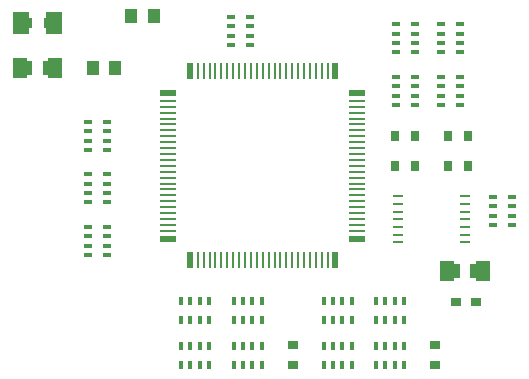
<source format=gtp>
G75*
%MOIN*%
%OFA0B0*%
%FSLAX25Y25*%
%IPPOS*%
%LPD*%
%AMOC8*
5,1,8,0,0,1.08239X$1,22.5*
%
%ADD10R,0.04906X0.06874*%
%ADD11R,0.03543X0.03150*%
%ADD12R,0.04118X0.04906*%
%ADD13R,0.03150X0.03543*%
%ADD14R,0.05299X0.07661*%
%ADD15R,0.03150X0.01575*%
%ADD16R,0.05402X0.02016*%
%ADD17R,0.05654X0.01008*%
%ADD18R,0.02016X0.05402*%
%ADD19R,0.01008X0.05654*%
%ADD20R,0.03661X0.01102*%
%ADD21R,0.01575X0.03150*%
D10*
X0153194Y0041600D03*
X0165006Y0041600D03*
X0022506Y0109100D03*
X0010694Y0109100D03*
D11*
X0101600Y0016821D03*
X0101600Y0010129D03*
X0149100Y0010129D03*
X0149100Y0016821D03*
X0156066Y0031287D03*
X0162759Y0031287D03*
D12*
X0162840Y0041600D03*
X0155360Y0041600D03*
X0042528Y0109100D03*
X0035047Y0109100D03*
X0020340Y0109100D03*
X0012860Y0109100D03*
X0047860Y0126600D03*
X0055340Y0126600D03*
D13*
X0019946Y0124100D03*
X0013254Y0124100D03*
X0135754Y0086600D03*
X0142446Y0086600D03*
X0153254Y0086600D03*
X0159946Y0086600D03*
X0159946Y0076600D03*
X0153254Y0076600D03*
X0142446Y0076600D03*
X0135754Y0076600D03*
D14*
X0022112Y0124100D03*
X0011088Y0124100D03*
D15*
X0033450Y0091324D03*
X0033450Y0088175D03*
X0033450Y0085025D03*
X0033450Y0081876D03*
X0039750Y0081876D03*
X0039750Y0085025D03*
X0039750Y0088175D03*
X0039750Y0091324D03*
X0039750Y0073824D03*
X0039750Y0070675D03*
X0039750Y0067525D03*
X0039750Y0064376D03*
X0033450Y0064376D03*
X0033450Y0067525D03*
X0033450Y0070675D03*
X0033450Y0073824D03*
X0033450Y0056324D03*
X0033450Y0053175D03*
X0033450Y0050025D03*
X0033450Y0046876D03*
X0039750Y0046876D03*
X0039750Y0050025D03*
X0039750Y0053175D03*
X0039750Y0056324D03*
X0080950Y0116876D03*
X0080950Y0120025D03*
X0080950Y0123175D03*
X0080950Y0126324D03*
X0087250Y0126324D03*
X0087250Y0123175D03*
X0087250Y0120025D03*
X0087250Y0116876D03*
X0135950Y0117525D03*
X0135950Y0120675D03*
X0135950Y0123824D03*
X0142250Y0123824D03*
X0142250Y0120675D03*
X0142250Y0117525D03*
X0142250Y0114376D03*
X0135950Y0114376D03*
X0135950Y0106324D03*
X0135950Y0103175D03*
X0135950Y0100025D03*
X0135950Y0096876D03*
X0142250Y0096876D03*
X0142250Y0100025D03*
X0142250Y0103175D03*
X0142250Y0106324D03*
X0150950Y0106324D03*
X0150950Y0103175D03*
X0150950Y0100025D03*
X0150950Y0096876D03*
X0157250Y0096876D03*
X0157250Y0100025D03*
X0157250Y0103175D03*
X0157250Y0106324D03*
X0157250Y0114376D03*
X0157250Y0117525D03*
X0157250Y0120675D03*
X0157250Y0123824D03*
X0150950Y0123824D03*
X0150950Y0120675D03*
X0150950Y0117525D03*
X0150950Y0114376D03*
X0168450Y0066324D03*
X0168450Y0063175D03*
X0168450Y0060025D03*
X0168450Y0056876D03*
X0174750Y0056876D03*
X0174750Y0060025D03*
X0174750Y0063175D03*
X0174750Y0066324D03*
D16*
X0123096Y0052348D03*
X0060104Y0052348D03*
X0060104Y0100852D03*
X0123096Y0100852D03*
D17*
X0123096Y0098254D03*
X0123096Y0096285D03*
X0123096Y0094317D03*
X0123096Y0092348D03*
X0123096Y0090380D03*
X0123096Y0088411D03*
X0123096Y0086443D03*
X0123096Y0084474D03*
X0123096Y0082506D03*
X0123096Y0080537D03*
X0123096Y0078569D03*
X0123096Y0076600D03*
X0123096Y0074631D03*
X0123096Y0072663D03*
X0123096Y0070694D03*
X0123096Y0068726D03*
X0123096Y0066757D03*
X0123096Y0064789D03*
X0123096Y0062820D03*
X0123096Y0060852D03*
X0123096Y0058883D03*
X0123096Y0056915D03*
X0123096Y0054946D03*
X0060104Y0054946D03*
X0060104Y0056915D03*
X0060104Y0058883D03*
X0060104Y0060852D03*
X0060104Y0062820D03*
X0060104Y0064789D03*
X0060104Y0066757D03*
X0060104Y0068726D03*
X0060104Y0070694D03*
X0060104Y0072663D03*
X0060104Y0074631D03*
X0060104Y0076600D03*
X0060104Y0078569D03*
X0060104Y0080537D03*
X0060104Y0082506D03*
X0060104Y0084474D03*
X0060104Y0086443D03*
X0060104Y0088411D03*
X0060104Y0090380D03*
X0060104Y0092348D03*
X0060104Y0094317D03*
X0060104Y0096285D03*
X0060104Y0098254D03*
D18*
X0067348Y0108096D03*
X0115852Y0108096D03*
X0115852Y0045104D03*
X0067348Y0045104D03*
D19*
X0069946Y0045104D03*
X0071915Y0045104D03*
X0073883Y0045104D03*
X0075852Y0045104D03*
X0077820Y0045104D03*
X0079789Y0045104D03*
X0081757Y0045104D03*
X0083726Y0045104D03*
X0085694Y0045104D03*
X0087663Y0045104D03*
X0089631Y0045104D03*
X0091600Y0045104D03*
X0093569Y0045104D03*
X0095537Y0045104D03*
X0097506Y0045104D03*
X0099474Y0045104D03*
X0101443Y0045104D03*
X0103411Y0045104D03*
X0105380Y0045104D03*
X0107348Y0045104D03*
X0109317Y0045104D03*
X0111285Y0045104D03*
X0113254Y0045104D03*
X0113254Y0108096D03*
X0111285Y0108096D03*
X0109317Y0108096D03*
X0107348Y0108096D03*
X0105380Y0108096D03*
X0103411Y0108096D03*
X0101443Y0108096D03*
X0099474Y0108096D03*
X0097506Y0108096D03*
X0095537Y0108096D03*
X0093569Y0108096D03*
X0091600Y0108096D03*
X0089631Y0108096D03*
X0087663Y0108096D03*
X0085694Y0108096D03*
X0083726Y0108096D03*
X0081757Y0108096D03*
X0079789Y0108096D03*
X0077820Y0108096D03*
X0075852Y0108096D03*
X0073883Y0108096D03*
X0071915Y0108096D03*
X0069946Y0108096D03*
D20*
X0136728Y0066465D03*
X0136728Y0063906D03*
X0136728Y0061347D03*
X0136728Y0058787D03*
X0136728Y0056228D03*
X0136728Y0053669D03*
X0136728Y0051110D03*
X0158972Y0051110D03*
X0158972Y0053669D03*
X0158972Y0056228D03*
X0158972Y0058787D03*
X0158972Y0061347D03*
X0158972Y0063906D03*
X0158972Y0066465D03*
D21*
X0064376Y0010325D03*
X0067525Y0010325D03*
X0070675Y0010325D03*
X0073824Y0010325D03*
X0081876Y0010325D03*
X0085025Y0010325D03*
X0088175Y0010325D03*
X0091324Y0010325D03*
X0091324Y0016625D03*
X0088175Y0016625D03*
X0085025Y0016625D03*
X0081876Y0016625D03*
X0073824Y0016625D03*
X0070675Y0016625D03*
X0067525Y0016625D03*
X0064376Y0016625D03*
X0064376Y0025325D03*
X0067525Y0025325D03*
X0070675Y0025325D03*
X0073824Y0025325D03*
X0073824Y0031625D03*
X0070675Y0031625D03*
X0067525Y0031625D03*
X0064376Y0031625D03*
X0081876Y0031625D03*
X0085025Y0031625D03*
X0088175Y0031625D03*
X0091324Y0031625D03*
X0091324Y0025325D03*
X0088175Y0025325D03*
X0085025Y0025325D03*
X0081876Y0025325D03*
X0111876Y0025325D03*
X0115025Y0025325D03*
X0118175Y0025325D03*
X0121324Y0025325D03*
X0121324Y0031625D03*
X0118175Y0031625D03*
X0115025Y0031625D03*
X0111876Y0031625D03*
X0129376Y0031625D03*
X0132525Y0031625D03*
X0135675Y0031625D03*
X0138824Y0031625D03*
X0138824Y0025325D03*
X0135675Y0025325D03*
X0132525Y0025325D03*
X0129376Y0025325D03*
X0129376Y0016625D03*
X0132525Y0016625D03*
X0135675Y0016625D03*
X0138824Y0016625D03*
X0138824Y0010325D03*
X0135675Y0010325D03*
X0132525Y0010325D03*
X0129376Y0010325D03*
X0121324Y0010325D03*
X0118175Y0010325D03*
X0115025Y0010325D03*
X0111876Y0010325D03*
X0111876Y0016625D03*
X0115025Y0016625D03*
X0118175Y0016625D03*
X0121324Y0016625D03*
M02*

</source>
